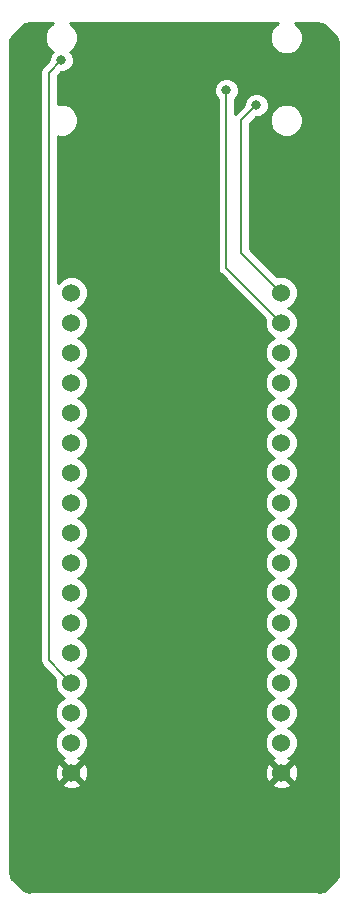
<source format=gbl>
G04 #@! TF.GenerationSoftware,KiCad,Pcbnew,5.0.1-33cea8e~66~ubuntu18.04.1*
G04 #@! TF.CreationDate,2018-10-13T22:06:55+09:00*
G04 #@! TF.ProjectId,pendant,70656E64616E742E6B696361645F7063,rev?*
G04 #@! TF.SameCoordinates,Original*
G04 #@! TF.FileFunction,Copper,L2,Bot,Signal*
G04 #@! TF.FilePolarity,Positive*
%FSLAX46Y46*%
G04 Gerber Fmt 4.6, Leading zero omitted, Abs format (unit mm)*
G04 Created by KiCad (PCBNEW 5.0.1-33cea8e~66~ubuntu18.04.1) date 2018年10月13日 22時06分55秒*
%MOMM*%
%LPD*%
G01*
G04 APERTURE LIST*
G04 #@! TA.AperFunction,ComponentPad*
%ADD10C,1.524000*%
G04 #@! TD*
G04 #@! TA.AperFunction,ViaPad*
%ADD11C,0.800000*%
G04 #@! TD*
G04 #@! TA.AperFunction,Conductor*
%ADD12C,0.200000*%
G04 #@! TD*
G04 #@! TA.AperFunction,Conductor*
%ADD13C,0.254000*%
G04 #@! TD*
G04 APERTURE END LIST*
D10*
G04 #@! TO.P,U1,1*
G04 #@! TO.N,Net-(U1-Pad1)*
X124035001Y-84455001D03*
G04 #@! TO.P,U1,2*
G04 #@! TO.N,Net-(U1-Pad2)*
X124035001Y-86995001D03*
G04 #@! TO.P,U1,3*
G04 #@! TO.N,Net-(U1-Pad3)*
X124035001Y-89535001D03*
G04 #@! TO.P,U1,4*
G04 #@! TO.N,Net-(U1-Pad4)*
X124035001Y-92075001D03*
G04 #@! TO.P,U1,5*
G04 #@! TO.N,Net-(U1-Pad5)*
X124035001Y-94615001D03*
G04 #@! TO.P,U1,6*
G04 #@! TO.N,Net-(U1-Pad6)*
X124035001Y-97155001D03*
G04 #@! TO.P,U1,7*
G04 #@! TO.N,Net-(U1-Pad7)*
X124035001Y-99695001D03*
G04 #@! TO.P,U1,8*
G04 #@! TO.N,Net-(U1-Pad8)*
X124035001Y-102235001D03*
G04 #@! TO.P,U1,9*
G04 #@! TO.N,Net-(U1-Pad9)*
X124035001Y-104775001D03*
G04 #@! TO.P,U1,10*
G04 #@! TO.N,Net-(U1-Pad10)*
X124035001Y-107315001D03*
G04 #@! TO.P,U1,11*
G04 #@! TO.N,Net-(U1-Pad11)*
X124035001Y-109855001D03*
G04 #@! TO.P,U1,12*
G04 #@! TO.N,Net-(U1-Pad12)*
X124035001Y-112395001D03*
G04 #@! TO.P,U1,13*
G04 #@! TO.N,Net-(U1-Pad13)*
X124035001Y-114935001D03*
G04 #@! TO.P,U1,14*
G04 #@! TO.N,SCL1*
X124035001Y-117475001D03*
G04 #@! TO.P,U1,15*
G04 #@! TO.N,SDA1*
X124035001Y-120015001D03*
G04 #@! TO.P,U1,16*
G04 #@! TO.N,3V3*
X124035001Y-122555001D03*
G04 #@! TO.P,U1,17*
G04 #@! TO.N,GND*
X124035001Y-125095001D03*
G04 #@! TO.P,U1,18*
X141815001Y-125095001D03*
G04 #@! TO.P,U1,19*
G04 #@! TO.N,Net-(U1-Pad19)*
X141815001Y-122555001D03*
G04 #@! TO.P,U1,20*
G04 #@! TO.N,Net-(U1-Pad20)*
X141815001Y-120015001D03*
G04 #@! TO.P,U1,21*
G04 #@! TO.N,Net-(U1-Pad21)*
X141815001Y-117475001D03*
G04 #@! TO.P,U1,22*
G04 #@! TO.N,Net-(U1-Pad22)*
X141815001Y-114935001D03*
G04 #@! TO.P,U1,23*
G04 #@! TO.N,Net-(U1-Pad23)*
X141815001Y-112395001D03*
G04 #@! TO.P,U1,24*
G04 #@! TO.N,Net-(U1-Pad24)*
X141815001Y-109855001D03*
G04 #@! TO.P,U1,25*
G04 #@! TO.N,Net-(U1-Pad25)*
X141815001Y-107315001D03*
G04 #@! TO.P,U1,26*
G04 #@! TO.N,Net-(U1-Pad26)*
X141815001Y-104775001D03*
G04 #@! TO.P,U1,27*
G04 #@! TO.N,Net-(U1-Pad27)*
X141815001Y-102235001D03*
G04 #@! TO.P,U1,28*
G04 #@! TO.N,Net-(U1-Pad28)*
X141815001Y-99695001D03*
G04 #@! TO.P,U1,29*
G04 #@! TO.N,Net-(U1-Pad29)*
X141815001Y-97155001D03*
G04 #@! TO.P,U1,30*
G04 #@! TO.N,Net-(U1-Pad30)*
X141815001Y-94615001D03*
G04 #@! TO.P,U1,31*
G04 #@! TO.N,Net-(U1-Pad31)*
X141815001Y-92075001D03*
G04 #@! TO.P,U1,32*
G04 #@! TO.N,Net-(U1-Pad32)*
X141815001Y-89535001D03*
G04 #@! TO.P,U1,33*
G04 #@! TO.N,SCL2*
X141815001Y-86995001D03*
G04 #@! TO.P,U1,34*
G04 #@! TO.N,SDA2*
X141815001Y-84455001D03*
G04 #@! TD*
D11*
G04 #@! TO.N,SCL1*
X123190000Y-64770000D03*
G04 #@! TO.N,SCL2*
X137160000Y-67310000D03*
G04 #@! TO.N,SDA2*
X139700000Y-68580000D03*
G04 #@! TD*
D12*
G04 #@! TO.N,SCL1*
X122127999Y-115567999D02*
X123273002Y-116713002D01*
X122127999Y-65832001D02*
X122127999Y-115567999D01*
X123273002Y-116713002D02*
X124035001Y-117475001D01*
X123190000Y-64770000D02*
X122127999Y-65832001D01*
G04 #@! TO.N,SCL2*
X137160000Y-82340000D02*
X141815001Y-86995001D01*
X137160000Y-67310000D02*
X137160000Y-82340000D01*
G04 #@! TO.N,SDA2*
X139700000Y-68580000D02*
X138430000Y-69850000D01*
X138430000Y-81070000D02*
X141815001Y-84455001D01*
X138430000Y-69850000D02*
X138430000Y-81070000D01*
G04 #@! TD*
D13*
G04 #@! TO.N,GND*
G36*
X122398663Y-61675680D02*
X122005680Y-62068663D01*
X121793000Y-62582119D01*
X121793000Y-63137881D01*
X122005680Y-63651337D01*
X122398663Y-64044320D01*
X122436356Y-64059933D01*
X122312569Y-64183720D01*
X122155000Y-64564126D01*
X122155000Y-64765553D01*
X121659464Y-65261090D01*
X121598094Y-65302096D01*
X121435645Y-65545219D01*
X121392999Y-65759614D01*
X121392999Y-65759617D01*
X121378601Y-65832001D01*
X121392999Y-65904385D01*
X121393000Y-115495610D01*
X121378601Y-115567999D01*
X121435645Y-115854781D01*
X121546474Y-116020648D01*
X121598095Y-116097904D01*
X121659462Y-116138908D01*
X122661336Y-117140783D01*
X122638001Y-117197120D01*
X122638001Y-117752882D01*
X122850681Y-118266338D01*
X123243664Y-118659321D01*
X123450514Y-118745001D01*
X123243664Y-118830681D01*
X122850681Y-119223664D01*
X122638001Y-119737120D01*
X122638001Y-120292882D01*
X122850681Y-120806338D01*
X123243664Y-121199321D01*
X123450514Y-121285001D01*
X123243664Y-121370681D01*
X122850681Y-121763664D01*
X122638001Y-122277120D01*
X122638001Y-122832882D01*
X122850681Y-123346338D01*
X123243664Y-123739321D01*
X123434648Y-123818429D01*
X123303858Y-123872604D01*
X123234393Y-124114788D01*
X124035001Y-124915396D01*
X124835609Y-124114788D01*
X124766144Y-123872604D01*
X124625608Y-123822466D01*
X124826338Y-123739321D01*
X125219321Y-123346338D01*
X125432001Y-122832882D01*
X125432001Y-122277120D01*
X125219321Y-121763664D01*
X124826338Y-121370681D01*
X124619488Y-121285001D01*
X124826338Y-121199321D01*
X125219321Y-120806338D01*
X125432001Y-120292882D01*
X125432001Y-119737120D01*
X125219321Y-119223664D01*
X124826338Y-118830681D01*
X124619488Y-118745001D01*
X124826338Y-118659321D01*
X125219321Y-118266338D01*
X125432001Y-117752882D01*
X125432001Y-117197120D01*
X125219321Y-116683664D01*
X124826338Y-116290681D01*
X124619488Y-116205001D01*
X124826338Y-116119321D01*
X125219321Y-115726338D01*
X125432001Y-115212882D01*
X125432001Y-114657120D01*
X125219321Y-114143664D01*
X124826338Y-113750681D01*
X124619488Y-113665001D01*
X124826338Y-113579321D01*
X125219321Y-113186338D01*
X125432001Y-112672882D01*
X125432001Y-112117120D01*
X125219321Y-111603664D01*
X124826338Y-111210681D01*
X124619488Y-111125001D01*
X124826338Y-111039321D01*
X125219321Y-110646338D01*
X125432001Y-110132882D01*
X125432001Y-109577120D01*
X125219321Y-109063664D01*
X124826338Y-108670681D01*
X124619488Y-108585001D01*
X124826338Y-108499321D01*
X125219321Y-108106338D01*
X125432001Y-107592882D01*
X125432001Y-107037120D01*
X125219321Y-106523664D01*
X124826338Y-106130681D01*
X124619488Y-106045001D01*
X124826338Y-105959321D01*
X125219321Y-105566338D01*
X125432001Y-105052882D01*
X125432001Y-104497120D01*
X125219321Y-103983664D01*
X124826338Y-103590681D01*
X124619488Y-103505001D01*
X124826338Y-103419321D01*
X125219321Y-103026338D01*
X125432001Y-102512882D01*
X125432001Y-101957120D01*
X125219321Y-101443664D01*
X124826338Y-101050681D01*
X124619488Y-100965001D01*
X124826338Y-100879321D01*
X125219321Y-100486338D01*
X125432001Y-99972882D01*
X125432001Y-99417120D01*
X125219321Y-98903664D01*
X124826338Y-98510681D01*
X124619488Y-98425001D01*
X124826338Y-98339321D01*
X125219321Y-97946338D01*
X125432001Y-97432882D01*
X125432001Y-96877120D01*
X125219321Y-96363664D01*
X124826338Y-95970681D01*
X124619488Y-95885001D01*
X124826338Y-95799321D01*
X125219321Y-95406338D01*
X125432001Y-94892882D01*
X125432001Y-94337120D01*
X125219321Y-93823664D01*
X124826338Y-93430681D01*
X124619488Y-93345001D01*
X124826338Y-93259321D01*
X125219321Y-92866338D01*
X125432001Y-92352882D01*
X125432001Y-91797120D01*
X125219321Y-91283664D01*
X124826338Y-90890681D01*
X124619488Y-90805001D01*
X124826338Y-90719321D01*
X125219321Y-90326338D01*
X125432001Y-89812882D01*
X125432001Y-89257120D01*
X125219321Y-88743664D01*
X124826338Y-88350681D01*
X124619488Y-88265001D01*
X124826338Y-88179321D01*
X125219321Y-87786338D01*
X125432001Y-87272882D01*
X125432001Y-86717120D01*
X125219321Y-86203664D01*
X124826338Y-85810681D01*
X124619488Y-85725001D01*
X124826338Y-85639321D01*
X125219321Y-85246338D01*
X125432001Y-84732882D01*
X125432001Y-84177120D01*
X125219321Y-83663664D01*
X124826338Y-83270681D01*
X124312882Y-83058001D01*
X123757120Y-83058001D01*
X123243664Y-83270681D01*
X122862999Y-83651346D01*
X122862999Y-71236654D01*
X122912119Y-71257000D01*
X123467881Y-71257000D01*
X123981337Y-71044320D01*
X124374320Y-70651337D01*
X124587000Y-70137881D01*
X124587000Y-69582119D01*
X124374320Y-69068663D01*
X123981337Y-68675680D01*
X123467881Y-68463000D01*
X122912119Y-68463000D01*
X122862999Y-68483346D01*
X122862999Y-67104126D01*
X136125000Y-67104126D01*
X136125000Y-67515874D01*
X136282569Y-67896280D01*
X136425000Y-68038711D01*
X136425001Y-82267611D01*
X136410602Y-82340000D01*
X136467646Y-82626782D01*
X136467647Y-82626783D01*
X136630096Y-82869905D01*
X136691463Y-82910909D01*
X140441336Y-86660783D01*
X140418001Y-86717120D01*
X140418001Y-87272882D01*
X140630681Y-87786338D01*
X141023664Y-88179321D01*
X141230514Y-88265001D01*
X141023664Y-88350681D01*
X140630681Y-88743664D01*
X140418001Y-89257120D01*
X140418001Y-89812882D01*
X140630681Y-90326338D01*
X141023664Y-90719321D01*
X141230514Y-90805001D01*
X141023664Y-90890681D01*
X140630681Y-91283664D01*
X140418001Y-91797120D01*
X140418001Y-92352882D01*
X140630681Y-92866338D01*
X141023664Y-93259321D01*
X141230514Y-93345001D01*
X141023664Y-93430681D01*
X140630681Y-93823664D01*
X140418001Y-94337120D01*
X140418001Y-94892882D01*
X140630681Y-95406338D01*
X141023664Y-95799321D01*
X141230514Y-95885001D01*
X141023664Y-95970681D01*
X140630681Y-96363664D01*
X140418001Y-96877120D01*
X140418001Y-97432882D01*
X140630681Y-97946338D01*
X141023664Y-98339321D01*
X141230514Y-98425001D01*
X141023664Y-98510681D01*
X140630681Y-98903664D01*
X140418001Y-99417120D01*
X140418001Y-99972882D01*
X140630681Y-100486338D01*
X141023664Y-100879321D01*
X141230514Y-100965001D01*
X141023664Y-101050681D01*
X140630681Y-101443664D01*
X140418001Y-101957120D01*
X140418001Y-102512882D01*
X140630681Y-103026338D01*
X141023664Y-103419321D01*
X141230514Y-103505001D01*
X141023664Y-103590681D01*
X140630681Y-103983664D01*
X140418001Y-104497120D01*
X140418001Y-105052882D01*
X140630681Y-105566338D01*
X141023664Y-105959321D01*
X141230514Y-106045001D01*
X141023664Y-106130681D01*
X140630681Y-106523664D01*
X140418001Y-107037120D01*
X140418001Y-107592882D01*
X140630681Y-108106338D01*
X141023664Y-108499321D01*
X141230514Y-108585001D01*
X141023664Y-108670681D01*
X140630681Y-109063664D01*
X140418001Y-109577120D01*
X140418001Y-110132882D01*
X140630681Y-110646338D01*
X141023664Y-111039321D01*
X141230514Y-111125001D01*
X141023664Y-111210681D01*
X140630681Y-111603664D01*
X140418001Y-112117120D01*
X140418001Y-112672882D01*
X140630681Y-113186338D01*
X141023664Y-113579321D01*
X141230514Y-113665001D01*
X141023664Y-113750681D01*
X140630681Y-114143664D01*
X140418001Y-114657120D01*
X140418001Y-115212882D01*
X140630681Y-115726338D01*
X141023664Y-116119321D01*
X141230514Y-116205001D01*
X141023664Y-116290681D01*
X140630681Y-116683664D01*
X140418001Y-117197120D01*
X140418001Y-117752882D01*
X140630681Y-118266338D01*
X141023664Y-118659321D01*
X141230514Y-118745001D01*
X141023664Y-118830681D01*
X140630681Y-119223664D01*
X140418001Y-119737120D01*
X140418001Y-120292882D01*
X140630681Y-120806338D01*
X141023664Y-121199321D01*
X141230514Y-121285001D01*
X141023664Y-121370681D01*
X140630681Y-121763664D01*
X140418001Y-122277120D01*
X140418001Y-122832882D01*
X140630681Y-123346338D01*
X141023664Y-123739321D01*
X141214648Y-123818429D01*
X141083858Y-123872604D01*
X141014393Y-124114788D01*
X141815001Y-124915396D01*
X142615609Y-124114788D01*
X142546144Y-123872604D01*
X142405608Y-123822466D01*
X142606338Y-123739321D01*
X142999321Y-123346338D01*
X143212001Y-122832882D01*
X143212001Y-122277120D01*
X142999321Y-121763664D01*
X142606338Y-121370681D01*
X142399488Y-121285001D01*
X142606338Y-121199321D01*
X142999321Y-120806338D01*
X143212001Y-120292882D01*
X143212001Y-119737120D01*
X142999321Y-119223664D01*
X142606338Y-118830681D01*
X142399488Y-118745001D01*
X142606338Y-118659321D01*
X142999321Y-118266338D01*
X143212001Y-117752882D01*
X143212001Y-117197120D01*
X142999321Y-116683664D01*
X142606338Y-116290681D01*
X142399488Y-116205001D01*
X142606338Y-116119321D01*
X142999321Y-115726338D01*
X143212001Y-115212882D01*
X143212001Y-114657120D01*
X142999321Y-114143664D01*
X142606338Y-113750681D01*
X142399488Y-113665001D01*
X142606338Y-113579321D01*
X142999321Y-113186338D01*
X143212001Y-112672882D01*
X143212001Y-112117120D01*
X142999321Y-111603664D01*
X142606338Y-111210681D01*
X142399488Y-111125001D01*
X142606338Y-111039321D01*
X142999321Y-110646338D01*
X143212001Y-110132882D01*
X143212001Y-109577120D01*
X142999321Y-109063664D01*
X142606338Y-108670681D01*
X142399488Y-108585001D01*
X142606338Y-108499321D01*
X142999321Y-108106338D01*
X143212001Y-107592882D01*
X143212001Y-107037120D01*
X142999321Y-106523664D01*
X142606338Y-106130681D01*
X142399488Y-106045001D01*
X142606338Y-105959321D01*
X142999321Y-105566338D01*
X143212001Y-105052882D01*
X143212001Y-104497120D01*
X142999321Y-103983664D01*
X142606338Y-103590681D01*
X142399488Y-103505001D01*
X142606338Y-103419321D01*
X142999321Y-103026338D01*
X143212001Y-102512882D01*
X143212001Y-101957120D01*
X142999321Y-101443664D01*
X142606338Y-101050681D01*
X142399488Y-100965001D01*
X142606338Y-100879321D01*
X142999321Y-100486338D01*
X143212001Y-99972882D01*
X143212001Y-99417120D01*
X142999321Y-98903664D01*
X142606338Y-98510681D01*
X142399488Y-98425001D01*
X142606338Y-98339321D01*
X142999321Y-97946338D01*
X143212001Y-97432882D01*
X143212001Y-96877120D01*
X142999321Y-96363664D01*
X142606338Y-95970681D01*
X142399488Y-95885001D01*
X142606338Y-95799321D01*
X142999321Y-95406338D01*
X143212001Y-94892882D01*
X143212001Y-94337120D01*
X142999321Y-93823664D01*
X142606338Y-93430681D01*
X142399488Y-93345001D01*
X142606338Y-93259321D01*
X142999321Y-92866338D01*
X143212001Y-92352882D01*
X143212001Y-91797120D01*
X142999321Y-91283664D01*
X142606338Y-90890681D01*
X142399488Y-90805001D01*
X142606338Y-90719321D01*
X142999321Y-90326338D01*
X143212001Y-89812882D01*
X143212001Y-89257120D01*
X142999321Y-88743664D01*
X142606338Y-88350681D01*
X142399488Y-88265001D01*
X142606338Y-88179321D01*
X142999321Y-87786338D01*
X143212001Y-87272882D01*
X143212001Y-86717120D01*
X142999321Y-86203664D01*
X142606338Y-85810681D01*
X142399488Y-85725001D01*
X142606338Y-85639321D01*
X142999321Y-85246338D01*
X143212001Y-84732882D01*
X143212001Y-84177120D01*
X142999321Y-83663664D01*
X142606338Y-83270681D01*
X142092882Y-83058001D01*
X141537120Y-83058001D01*
X141480783Y-83081336D01*
X139165000Y-80765554D01*
X139165000Y-70154446D01*
X139704447Y-69615000D01*
X139905874Y-69615000D01*
X139985255Y-69582119D01*
X140843000Y-69582119D01*
X140843000Y-70137881D01*
X141055680Y-70651337D01*
X141448663Y-71044320D01*
X141962119Y-71257000D01*
X142517881Y-71257000D01*
X143031337Y-71044320D01*
X143424320Y-70651337D01*
X143637000Y-70137881D01*
X143637000Y-69582119D01*
X143424320Y-69068663D01*
X143031337Y-68675680D01*
X142517881Y-68463000D01*
X141962119Y-68463000D01*
X141448663Y-68675680D01*
X141055680Y-69068663D01*
X140843000Y-69582119D01*
X139985255Y-69582119D01*
X140286280Y-69457431D01*
X140577431Y-69166280D01*
X140735000Y-68785874D01*
X140735000Y-68374126D01*
X140577431Y-67993720D01*
X140286280Y-67702569D01*
X139905874Y-67545000D01*
X139494126Y-67545000D01*
X139113720Y-67702569D01*
X138822569Y-67993720D01*
X138665000Y-68374126D01*
X138665000Y-68575553D01*
X137961465Y-69279089D01*
X137900095Y-69320095D01*
X137895000Y-69327720D01*
X137895000Y-68038711D01*
X138037431Y-67896280D01*
X138195000Y-67515874D01*
X138195000Y-67104126D01*
X138037431Y-66723720D01*
X137746280Y-66432569D01*
X137365874Y-66275000D01*
X136954126Y-66275000D01*
X136573720Y-66432569D01*
X136282569Y-66723720D01*
X136125000Y-67104126D01*
X122862999Y-67104126D01*
X122862999Y-66136447D01*
X123194447Y-65805000D01*
X123395874Y-65805000D01*
X123776280Y-65647431D01*
X124067431Y-65356280D01*
X124225000Y-64975874D01*
X124225000Y-64564126D01*
X124067431Y-64183720D01*
X123943644Y-64059933D01*
X123981337Y-64044320D01*
X124374320Y-63651337D01*
X124587000Y-63137881D01*
X124587000Y-62582119D01*
X124374320Y-62068663D01*
X123981337Y-61675680D01*
X123907269Y-61645000D01*
X141522731Y-61645000D01*
X141448663Y-61675680D01*
X141055680Y-62068663D01*
X140843000Y-62582119D01*
X140843000Y-63137881D01*
X141055680Y-63651337D01*
X141448663Y-64044320D01*
X141962119Y-64257000D01*
X142517881Y-64257000D01*
X143031337Y-64044320D01*
X143424320Y-63651337D01*
X143637000Y-63137881D01*
X143637000Y-62582119D01*
X143424320Y-62068663D01*
X143031337Y-61675680D01*
X142957269Y-61645000D01*
X144736899Y-61645000D01*
X145239967Y-61708552D01*
X145420375Y-61779981D01*
X146512531Y-62872137D01*
X146539032Y-62928454D01*
X146610141Y-63301224D01*
X146585001Y-63427612D01*
X146585000Y-133422387D01*
X146606657Y-133531263D01*
X146571448Y-133809967D01*
X146500019Y-133990375D01*
X145407863Y-135082531D01*
X145351546Y-135109032D01*
X144978779Y-135180141D01*
X144852388Y-135155000D01*
X120577612Y-135155000D01*
X120468737Y-135176657D01*
X120190033Y-135141448D01*
X120009625Y-135070019D01*
X118917469Y-133977863D01*
X118890968Y-133921546D01*
X118819859Y-133548779D01*
X118845000Y-133422388D01*
X118845000Y-126075214D01*
X123234393Y-126075214D01*
X123303858Y-126317398D01*
X123827303Y-126504145D01*
X124382369Y-126476363D01*
X124766144Y-126317398D01*
X124835609Y-126075214D01*
X141014393Y-126075214D01*
X141083858Y-126317398D01*
X141607303Y-126504145D01*
X142162369Y-126476363D01*
X142546144Y-126317398D01*
X142615609Y-126075214D01*
X141815001Y-125274606D01*
X141014393Y-126075214D01*
X124835609Y-126075214D01*
X124035001Y-125274606D01*
X123234393Y-126075214D01*
X118845000Y-126075214D01*
X118845000Y-124887303D01*
X122625857Y-124887303D01*
X122653639Y-125442369D01*
X122812604Y-125826144D01*
X123054788Y-125895609D01*
X123855396Y-125095001D01*
X124214606Y-125095001D01*
X125015214Y-125895609D01*
X125257398Y-125826144D01*
X125444145Y-125302699D01*
X125423354Y-124887303D01*
X140405857Y-124887303D01*
X140433639Y-125442369D01*
X140592604Y-125826144D01*
X140834788Y-125895609D01*
X141635396Y-125095001D01*
X141994606Y-125095001D01*
X142795214Y-125895609D01*
X143037398Y-125826144D01*
X143224145Y-125302699D01*
X143196363Y-124747633D01*
X143037398Y-124363858D01*
X142795214Y-124294393D01*
X141994606Y-125095001D01*
X141635396Y-125095001D01*
X140834788Y-124294393D01*
X140592604Y-124363858D01*
X140405857Y-124887303D01*
X125423354Y-124887303D01*
X125416363Y-124747633D01*
X125257398Y-124363858D01*
X125015214Y-124294393D01*
X124214606Y-125095001D01*
X123855396Y-125095001D01*
X123054788Y-124294393D01*
X122812604Y-124363858D01*
X122625857Y-124887303D01*
X118845000Y-124887303D01*
X118845000Y-63427612D01*
X118823344Y-63318738D01*
X118858552Y-63040033D01*
X118929981Y-62859625D01*
X120022137Y-61767469D01*
X120078454Y-61740968D01*
X120565913Y-61647981D01*
X120660760Y-61645000D01*
X122472731Y-61645000D01*
X122398663Y-61675680D01*
X122398663Y-61675680D01*
G37*
X122398663Y-61675680D02*
X122005680Y-62068663D01*
X121793000Y-62582119D01*
X121793000Y-63137881D01*
X122005680Y-63651337D01*
X122398663Y-64044320D01*
X122436356Y-64059933D01*
X122312569Y-64183720D01*
X122155000Y-64564126D01*
X122155000Y-64765553D01*
X121659464Y-65261090D01*
X121598094Y-65302096D01*
X121435645Y-65545219D01*
X121392999Y-65759614D01*
X121392999Y-65759617D01*
X121378601Y-65832001D01*
X121392999Y-65904385D01*
X121393000Y-115495610D01*
X121378601Y-115567999D01*
X121435645Y-115854781D01*
X121546474Y-116020648D01*
X121598095Y-116097904D01*
X121659462Y-116138908D01*
X122661336Y-117140783D01*
X122638001Y-117197120D01*
X122638001Y-117752882D01*
X122850681Y-118266338D01*
X123243664Y-118659321D01*
X123450514Y-118745001D01*
X123243664Y-118830681D01*
X122850681Y-119223664D01*
X122638001Y-119737120D01*
X122638001Y-120292882D01*
X122850681Y-120806338D01*
X123243664Y-121199321D01*
X123450514Y-121285001D01*
X123243664Y-121370681D01*
X122850681Y-121763664D01*
X122638001Y-122277120D01*
X122638001Y-122832882D01*
X122850681Y-123346338D01*
X123243664Y-123739321D01*
X123434648Y-123818429D01*
X123303858Y-123872604D01*
X123234393Y-124114788D01*
X124035001Y-124915396D01*
X124835609Y-124114788D01*
X124766144Y-123872604D01*
X124625608Y-123822466D01*
X124826338Y-123739321D01*
X125219321Y-123346338D01*
X125432001Y-122832882D01*
X125432001Y-122277120D01*
X125219321Y-121763664D01*
X124826338Y-121370681D01*
X124619488Y-121285001D01*
X124826338Y-121199321D01*
X125219321Y-120806338D01*
X125432001Y-120292882D01*
X125432001Y-119737120D01*
X125219321Y-119223664D01*
X124826338Y-118830681D01*
X124619488Y-118745001D01*
X124826338Y-118659321D01*
X125219321Y-118266338D01*
X125432001Y-117752882D01*
X125432001Y-117197120D01*
X125219321Y-116683664D01*
X124826338Y-116290681D01*
X124619488Y-116205001D01*
X124826338Y-116119321D01*
X125219321Y-115726338D01*
X125432001Y-115212882D01*
X125432001Y-114657120D01*
X125219321Y-114143664D01*
X124826338Y-113750681D01*
X124619488Y-113665001D01*
X124826338Y-113579321D01*
X125219321Y-113186338D01*
X125432001Y-112672882D01*
X125432001Y-112117120D01*
X125219321Y-111603664D01*
X124826338Y-111210681D01*
X124619488Y-111125001D01*
X124826338Y-111039321D01*
X125219321Y-110646338D01*
X125432001Y-110132882D01*
X125432001Y-109577120D01*
X125219321Y-109063664D01*
X124826338Y-108670681D01*
X124619488Y-108585001D01*
X124826338Y-108499321D01*
X125219321Y-108106338D01*
X125432001Y-107592882D01*
X125432001Y-107037120D01*
X125219321Y-106523664D01*
X124826338Y-106130681D01*
X124619488Y-106045001D01*
X124826338Y-105959321D01*
X125219321Y-105566338D01*
X125432001Y-105052882D01*
X125432001Y-104497120D01*
X125219321Y-103983664D01*
X124826338Y-103590681D01*
X124619488Y-103505001D01*
X124826338Y-103419321D01*
X125219321Y-103026338D01*
X125432001Y-102512882D01*
X125432001Y-101957120D01*
X125219321Y-101443664D01*
X124826338Y-101050681D01*
X124619488Y-100965001D01*
X124826338Y-100879321D01*
X125219321Y-100486338D01*
X125432001Y-99972882D01*
X125432001Y-99417120D01*
X125219321Y-98903664D01*
X124826338Y-98510681D01*
X124619488Y-98425001D01*
X124826338Y-98339321D01*
X125219321Y-97946338D01*
X125432001Y-97432882D01*
X125432001Y-96877120D01*
X125219321Y-96363664D01*
X124826338Y-95970681D01*
X124619488Y-95885001D01*
X124826338Y-95799321D01*
X125219321Y-95406338D01*
X125432001Y-94892882D01*
X125432001Y-94337120D01*
X125219321Y-93823664D01*
X124826338Y-93430681D01*
X124619488Y-93345001D01*
X124826338Y-93259321D01*
X125219321Y-92866338D01*
X125432001Y-92352882D01*
X125432001Y-91797120D01*
X125219321Y-91283664D01*
X124826338Y-90890681D01*
X124619488Y-90805001D01*
X124826338Y-90719321D01*
X125219321Y-90326338D01*
X125432001Y-89812882D01*
X125432001Y-89257120D01*
X125219321Y-88743664D01*
X124826338Y-88350681D01*
X124619488Y-88265001D01*
X124826338Y-88179321D01*
X125219321Y-87786338D01*
X125432001Y-87272882D01*
X125432001Y-86717120D01*
X125219321Y-86203664D01*
X124826338Y-85810681D01*
X124619488Y-85725001D01*
X124826338Y-85639321D01*
X125219321Y-85246338D01*
X125432001Y-84732882D01*
X125432001Y-84177120D01*
X125219321Y-83663664D01*
X124826338Y-83270681D01*
X124312882Y-83058001D01*
X123757120Y-83058001D01*
X123243664Y-83270681D01*
X122862999Y-83651346D01*
X122862999Y-71236654D01*
X122912119Y-71257000D01*
X123467881Y-71257000D01*
X123981337Y-71044320D01*
X124374320Y-70651337D01*
X124587000Y-70137881D01*
X124587000Y-69582119D01*
X124374320Y-69068663D01*
X123981337Y-68675680D01*
X123467881Y-68463000D01*
X122912119Y-68463000D01*
X122862999Y-68483346D01*
X122862999Y-67104126D01*
X136125000Y-67104126D01*
X136125000Y-67515874D01*
X136282569Y-67896280D01*
X136425000Y-68038711D01*
X136425001Y-82267611D01*
X136410602Y-82340000D01*
X136467646Y-82626782D01*
X136467647Y-82626783D01*
X136630096Y-82869905D01*
X136691463Y-82910909D01*
X140441336Y-86660783D01*
X140418001Y-86717120D01*
X140418001Y-87272882D01*
X140630681Y-87786338D01*
X141023664Y-88179321D01*
X141230514Y-88265001D01*
X141023664Y-88350681D01*
X140630681Y-88743664D01*
X140418001Y-89257120D01*
X140418001Y-89812882D01*
X140630681Y-90326338D01*
X141023664Y-90719321D01*
X141230514Y-90805001D01*
X141023664Y-90890681D01*
X140630681Y-91283664D01*
X140418001Y-91797120D01*
X140418001Y-92352882D01*
X140630681Y-92866338D01*
X141023664Y-93259321D01*
X141230514Y-93345001D01*
X141023664Y-93430681D01*
X140630681Y-93823664D01*
X140418001Y-94337120D01*
X140418001Y-94892882D01*
X140630681Y-95406338D01*
X141023664Y-95799321D01*
X141230514Y-95885001D01*
X141023664Y-95970681D01*
X140630681Y-96363664D01*
X140418001Y-96877120D01*
X140418001Y-97432882D01*
X140630681Y-97946338D01*
X141023664Y-98339321D01*
X141230514Y-98425001D01*
X141023664Y-98510681D01*
X140630681Y-98903664D01*
X140418001Y-99417120D01*
X140418001Y-99972882D01*
X140630681Y-100486338D01*
X141023664Y-100879321D01*
X141230514Y-100965001D01*
X141023664Y-101050681D01*
X140630681Y-101443664D01*
X140418001Y-101957120D01*
X140418001Y-102512882D01*
X140630681Y-103026338D01*
X141023664Y-103419321D01*
X141230514Y-103505001D01*
X141023664Y-103590681D01*
X140630681Y-103983664D01*
X140418001Y-104497120D01*
X140418001Y-105052882D01*
X140630681Y-105566338D01*
X141023664Y-105959321D01*
X141230514Y-106045001D01*
X141023664Y-106130681D01*
X140630681Y-106523664D01*
X140418001Y-107037120D01*
X140418001Y-107592882D01*
X140630681Y-108106338D01*
X141023664Y-108499321D01*
X141230514Y-108585001D01*
X141023664Y-108670681D01*
X140630681Y-109063664D01*
X140418001Y-109577120D01*
X140418001Y-110132882D01*
X140630681Y-110646338D01*
X141023664Y-111039321D01*
X141230514Y-111125001D01*
X141023664Y-111210681D01*
X140630681Y-111603664D01*
X140418001Y-112117120D01*
X140418001Y-112672882D01*
X140630681Y-113186338D01*
X141023664Y-113579321D01*
X141230514Y-113665001D01*
X141023664Y-113750681D01*
X140630681Y-114143664D01*
X140418001Y-114657120D01*
X140418001Y-115212882D01*
X140630681Y-115726338D01*
X141023664Y-116119321D01*
X141230514Y-116205001D01*
X141023664Y-116290681D01*
X140630681Y-116683664D01*
X140418001Y-117197120D01*
X140418001Y-117752882D01*
X140630681Y-118266338D01*
X141023664Y-118659321D01*
X141230514Y-118745001D01*
X141023664Y-118830681D01*
X140630681Y-119223664D01*
X140418001Y-119737120D01*
X140418001Y-120292882D01*
X140630681Y-120806338D01*
X141023664Y-121199321D01*
X141230514Y-121285001D01*
X141023664Y-121370681D01*
X140630681Y-121763664D01*
X140418001Y-122277120D01*
X140418001Y-122832882D01*
X140630681Y-123346338D01*
X141023664Y-123739321D01*
X141214648Y-123818429D01*
X141083858Y-123872604D01*
X141014393Y-124114788D01*
X141815001Y-124915396D01*
X142615609Y-124114788D01*
X142546144Y-123872604D01*
X142405608Y-123822466D01*
X142606338Y-123739321D01*
X142999321Y-123346338D01*
X143212001Y-122832882D01*
X143212001Y-122277120D01*
X142999321Y-121763664D01*
X142606338Y-121370681D01*
X142399488Y-121285001D01*
X142606338Y-121199321D01*
X142999321Y-120806338D01*
X143212001Y-120292882D01*
X143212001Y-119737120D01*
X142999321Y-119223664D01*
X142606338Y-118830681D01*
X142399488Y-118745001D01*
X142606338Y-118659321D01*
X142999321Y-118266338D01*
X143212001Y-117752882D01*
X143212001Y-117197120D01*
X142999321Y-116683664D01*
X142606338Y-116290681D01*
X142399488Y-116205001D01*
X142606338Y-116119321D01*
X142999321Y-115726338D01*
X143212001Y-115212882D01*
X143212001Y-114657120D01*
X142999321Y-114143664D01*
X142606338Y-113750681D01*
X142399488Y-113665001D01*
X142606338Y-113579321D01*
X142999321Y-113186338D01*
X143212001Y-112672882D01*
X143212001Y-112117120D01*
X142999321Y-111603664D01*
X142606338Y-111210681D01*
X142399488Y-111125001D01*
X142606338Y-111039321D01*
X142999321Y-110646338D01*
X143212001Y-110132882D01*
X143212001Y-109577120D01*
X142999321Y-109063664D01*
X142606338Y-108670681D01*
X142399488Y-108585001D01*
X142606338Y-108499321D01*
X142999321Y-108106338D01*
X143212001Y-107592882D01*
X143212001Y-107037120D01*
X142999321Y-106523664D01*
X142606338Y-106130681D01*
X142399488Y-106045001D01*
X142606338Y-105959321D01*
X142999321Y-105566338D01*
X143212001Y-105052882D01*
X143212001Y-104497120D01*
X142999321Y-103983664D01*
X142606338Y-103590681D01*
X142399488Y-103505001D01*
X142606338Y-103419321D01*
X142999321Y-103026338D01*
X143212001Y-102512882D01*
X143212001Y-101957120D01*
X142999321Y-101443664D01*
X142606338Y-101050681D01*
X142399488Y-100965001D01*
X142606338Y-100879321D01*
X142999321Y-100486338D01*
X143212001Y-99972882D01*
X143212001Y-99417120D01*
X142999321Y-98903664D01*
X142606338Y-98510681D01*
X142399488Y-98425001D01*
X142606338Y-98339321D01*
X142999321Y-97946338D01*
X143212001Y-97432882D01*
X143212001Y-96877120D01*
X142999321Y-96363664D01*
X142606338Y-95970681D01*
X142399488Y-95885001D01*
X142606338Y-95799321D01*
X142999321Y-95406338D01*
X143212001Y-94892882D01*
X143212001Y-94337120D01*
X142999321Y-93823664D01*
X142606338Y-93430681D01*
X142399488Y-93345001D01*
X142606338Y-93259321D01*
X142999321Y-92866338D01*
X143212001Y-92352882D01*
X143212001Y-91797120D01*
X142999321Y-91283664D01*
X142606338Y-90890681D01*
X142399488Y-90805001D01*
X142606338Y-90719321D01*
X142999321Y-90326338D01*
X143212001Y-89812882D01*
X143212001Y-89257120D01*
X142999321Y-88743664D01*
X142606338Y-88350681D01*
X142399488Y-88265001D01*
X142606338Y-88179321D01*
X142999321Y-87786338D01*
X143212001Y-87272882D01*
X143212001Y-86717120D01*
X142999321Y-86203664D01*
X142606338Y-85810681D01*
X142399488Y-85725001D01*
X142606338Y-85639321D01*
X142999321Y-85246338D01*
X143212001Y-84732882D01*
X143212001Y-84177120D01*
X142999321Y-83663664D01*
X142606338Y-83270681D01*
X142092882Y-83058001D01*
X141537120Y-83058001D01*
X141480783Y-83081336D01*
X139165000Y-80765554D01*
X139165000Y-70154446D01*
X139704447Y-69615000D01*
X139905874Y-69615000D01*
X139985255Y-69582119D01*
X140843000Y-69582119D01*
X140843000Y-70137881D01*
X141055680Y-70651337D01*
X141448663Y-71044320D01*
X141962119Y-71257000D01*
X142517881Y-71257000D01*
X143031337Y-71044320D01*
X143424320Y-70651337D01*
X143637000Y-70137881D01*
X143637000Y-69582119D01*
X143424320Y-69068663D01*
X143031337Y-68675680D01*
X142517881Y-68463000D01*
X141962119Y-68463000D01*
X141448663Y-68675680D01*
X141055680Y-69068663D01*
X140843000Y-69582119D01*
X139985255Y-69582119D01*
X140286280Y-69457431D01*
X140577431Y-69166280D01*
X140735000Y-68785874D01*
X140735000Y-68374126D01*
X140577431Y-67993720D01*
X140286280Y-67702569D01*
X139905874Y-67545000D01*
X139494126Y-67545000D01*
X139113720Y-67702569D01*
X138822569Y-67993720D01*
X138665000Y-68374126D01*
X138665000Y-68575553D01*
X137961465Y-69279089D01*
X137900095Y-69320095D01*
X137895000Y-69327720D01*
X137895000Y-68038711D01*
X138037431Y-67896280D01*
X138195000Y-67515874D01*
X138195000Y-67104126D01*
X138037431Y-66723720D01*
X137746280Y-66432569D01*
X137365874Y-66275000D01*
X136954126Y-66275000D01*
X136573720Y-66432569D01*
X136282569Y-66723720D01*
X136125000Y-67104126D01*
X122862999Y-67104126D01*
X122862999Y-66136447D01*
X123194447Y-65805000D01*
X123395874Y-65805000D01*
X123776280Y-65647431D01*
X124067431Y-65356280D01*
X124225000Y-64975874D01*
X124225000Y-64564126D01*
X124067431Y-64183720D01*
X123943644Y-64059933D01*
X123981337Y-64044320D01*
X124374320Y-63651337D01*
X124587000Y-63137881D01*
X124587000Y-62582119D01*
X124374320Y-62068663D01*
X123981337Y-61675680D01*
X123907269Y-61645000D01*
X141522731Y-61645000D01*
X141448663Y-61675680D01*
X141055680Y-62068663D01*
X140843000Y-62582119D01*
X140843000Y-63137881D01*
X141055680Y-63651337D01*
X141448663Y-64044320D01*
X141962119Y-64257000D01*
X142517881Y-64257000D01*
X143031337Y-64044320D01*
X143424320Y-63651337D01*
X143637000Y-63137881D01*
X143637000Y-62582119D01*
X143424320Y-62068663D01*
X143031337Y-61675680D01*
X142957269Y-61645000D01*
X144736899Y-61645000D01*
X145239967Y-61708552D01*
X145420375Y-61779981D01*
X146512531Y-62872137D01*
X146539032Y-62928454D01*
X146610141Y-63301224D01*
X146585001Y-63427612D01*
X146585000Y-133422387D01*
X146606657Y-133531263D01*
X146571448Y-133809967D01*
X146500019Y-133990375D01*
X145407863Y-135082531D01*
X145351546Y-135109032D01*
X144978779Y-135180141D01*
X144852388Y-135155000D01*
X120577612Y-135155000D01*
X120468737Y-135176657D01*
X120190033Y-135141448D01*
X120009625Y-135070019D01*
X118917469Y-133977863D01*
X118890968Y-133921546D01*
X118819859Y-133548779D01*
X118845000Y-133422388D01*
X118845000Y-126075214D01*
X123234393Y-126075214D01*
X123303858Y-126317398D01*
X123827303Y-126504145D01*
X124382369Y-126476363D01*
X124766144Y-126317398D01*
X124835609Y-126075214D01*
X141014393Y-126075214D01*
X141083858Y-126317398D01*
X141607303Y-126504145D01*
X142162369Y-126476363D01*
X142546144Y-126317398D01*
X142615609Y-126075214D01*
X141815001Y-125274606D01*
X141014393Y-126075214D01*
X124835609Y-126075214D01*
X124035001Y-125274606D01*
X123234393Y-126075214D01*
X118845000Y-126075214D01*
X118845000Y-124887303D01*
X122625857Y-124887303D01*
X122653639Y-125442369D01*
X122812604Y-125826144D01*
X123054788Y-125895609D01*
X123855396Y-125095001D01*
X124214606Y-125095001D01*
X125015214Y-125895609D01*
X125257398Y-125826144D01*
X125444145Y-125302699D01*
X125423354Y-124887303D01*
X140405857Y-124887303D01*
X140433639Y-125442369D01*
X140592604Y-125826144D01*
X140834788Y-125895609D01*
X141635396Y-125095001D01*
X141994606Y-125095001D01*
X142795214Y-125895609D01*
X143037398Y-125826144D01*
X143224145Y-125302699D01*
X143196363Y-124747633D01*
X143037398Y-124363858D01*
X142795214Y-124294393D01*
X141994606Y-125095001D01*
X141635396Y-125095001D01*
X140834788Y-124294393D01*
X140592604Y-124363858D01*
X140405857Y-124887303D01*
X125423354Y-124887303D01*
X125416363Y-124747633D01*
X125257398Y-124363858D01*
X125015214Y-124294393D01*
X124214606Y-125095001D01*
X123855396Y-125095001D01*
X123054788Y-124294393D01*
X122812604Y-124363858D01*
X122625857Y-124887303D01*
X118845000Y-124887303D01*
X118845000Y-63427612D01*
X118823344Y-63318738D01*
X118858552Y-63040033D01*
X118929981Y-62859625D01*
X120022137Y-61767469D01*
X120078454Y-61740968D01*
X120565913Y-61647981D01*
X120660760Y-61645000D01*
X122472731Y-61645000D01*
X122398663Y-61675680D01*
G04 #@! TD*
M02*

</source>
